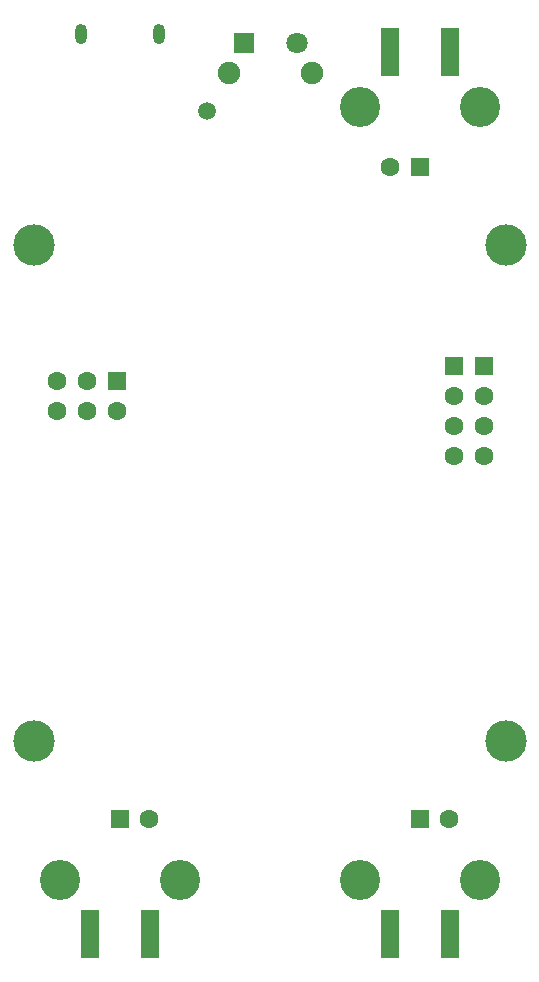
<source format=gbs>
G04 DipTrace 2.4.0.1*
%INtsunami.backmask.gbs*%
%MOIN*%
%ADD32C,0.0591*%
%ADD62C,0.0709*%
%ADD65C,0.1378*%
%ADD73C,0.0749*%
%ADD74C,0.0629*%
%ADD76R,0.0709X0.0709*%
%ADD77R,0.0629X0.0629*%
%ADD80R,0.0638X0.1638*%
%ADD83O,0.0394X0.067*%
%ADD93C,0.1339*%
%FSLAX44Y44*%
G04*
G70*
G90*
G75*
G01*
%LNBotMask*%
%LPD*%
D77*
X8687Y23437D3*
D74*
Y22437D3*
X7687Y23437D3*
Y22437D3*
X6687Y23437D3*
Y22437D3*
D65*
X5906Y27953D3*
X21654D3*
X5906Y11417D3*
X21654D3*
D77*
X18780Y30562D3*
D74*
X17795D3*
D93*
X20787Y32570D3*
X16772D3*
D83*
X10079Y35005D3*
X7480D3*
D80*
X17780Y34377D3*
X19780D3*
D77*
X19937Y23937D3*
D74*
Y22937D3*
Y21937D3*
Y20937D3*
D77*
X20937Y23937D3*
D74*
Y22937D3*
Y21937D3*
Y20937D3*
D77*
X8780Y8812D3*
D74*
X9764D3*
D93*
X6772Y6804D3*
X10787D3*
D77*
X18780Y8812D3*
D74*
X19764D3*
D93*
X16772Y6804D3*
X20787D3*
D80*
X9780Y4987D3*
X7780D3*
X19780D3*
X17780D3*
D76*
X12926Y34687D3*
D62*
X14698D3*
D73*
X12434Y33703D3*
X15190D3*
D32*
X11687Y32437D3*
M02*

</source>
